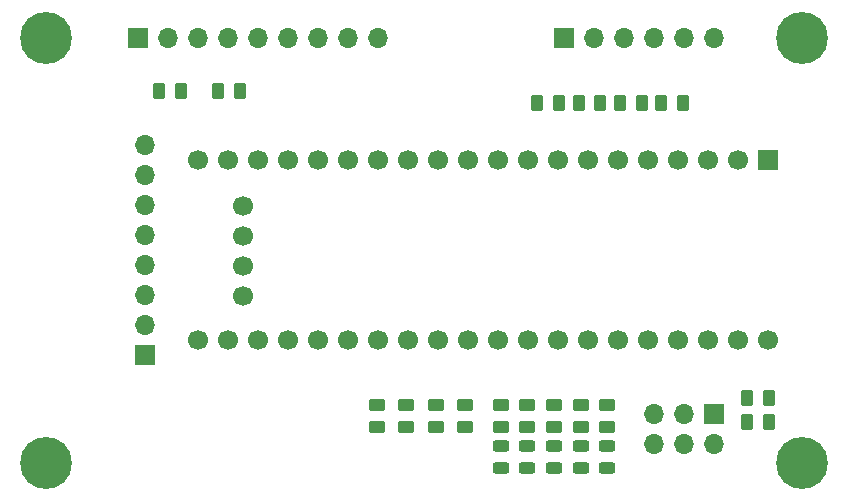
<source format=gbr>
%TF.GenerationSoftware,KiCad,Pcbnew,(6.0.7)*%
%TF.CreationDate,2023-08-27T18:36:20+02:00*%
%TF.ProjectId,libcsp-zephyr-hw,6c696263-7370-42d7-9a65-706879722d68,rev?*%
%TF.SameCoordinates,Original*%
%TF.FileFunction,Soldermask,Top*%
%TF.FilePolarity,Negative*%
%FSLAX46Y46*%
G04 Gerber Fmt 4.6, Leading zero omitted, Abs format (unit mm)*
G04 Created by KiCad (PCBNEW (6.0.7)) date 2023-08-27 18:36:20*
%MOMM*%
%LPD*%
G01*
G04 APERTURE LIST*
G04 Aperture macros list*
%AMRoundRect*
0 Rectangle with rounded corners*
0 $1 Rounding radius*
0 $2 $3 $4 $5 $6 $7 $8 $9 X,Y pos of 4 corners*
0 Add a 4 corners polygon primitive as box body*
4,1,4,$2,$3,$4,$5,$6,$7,$8,$9,$2,$3,0*
0 Add four circle primitives for the rounded corners*
1,1,$1+$1,$2,$3*
1,1,$1+$1,$4,$5*
1,1,$1+$1,$6,$7*
1,1,$1+$1,$8,$9*
0 Add four rect primitives between the rounded corners*
20,1,$1+$1,$2,$3,$4,$5,0*
20,1,$1+$1,$4,$5,$6,$7,0*
20,1,$1+$1,$6,$7,$8,$9,0*
20,1,$1+$1,$8,$9,$2,$3,0*%
G04 Aperture macros list end*
%ADD10RoundRect,0.250000X-0.450000X0.262500X-0.450000X-0.262500X0.450000X-0.262500X0.450000X0.262500X0*%
%ADD11RoundRect,0.250000X0.450000X-0.262500X0.450000X0.262500X-0.450000X0.262500X-0.450000X-0.262500X0*%
%ADD12RoundRect,0.250000X-0.262500X-0.450000X0.262500X-0.450000X0.262500X0.450000X-0.262500X0.450000X0*%
%ADD13R,1.700000X1.700000*%
%ADD14O,1.700000X1.700000*%
%ADD15C,4.400000*%
%ADD16C,0.700000*%
%ADD17RoundRect,0.243750X0.456250X-0.243750X0.456250X0.243750X-0.456250X0.243750X-0.456250X-0.243750X0*%
%ADD18RoundRect,0.250000X0.262500X0.450000X-0.262500X0.450000X-0.262500X-0.450000X0.262500X-0.450000X0*%
%ADD19C,1.700000*%
G04 APERTURE END LIST*
D10*
%TO.C,R10*%
X156000000Y-94087500D03*
X156000000Y-95912500D03*
%TD*%
D11*
%TO.C,R13*%
X170500000Y-95912500D03*
X170500000Y-94087500D03*
%TD*%
D10*
%TO.C,R9*%
X158500000Y-94087500D03*
X158500000Y-95912500D03*
%TD*%
D11*
%TO.C,R16*%
X163750000Y-95912500D03*
X163750000Y-94087500D03*
%TD*%
D12*
%TO.C,R3*%
X168087500Y-68500000D03*
X169912500Y-68500000D03*
%TD*%
D13*
%TO.C,J4*%
X166880000Y-62975000D03*
D14*
X169420000Y-62975000D03*
X171960000Y-62975000D03*
X174500000Y-62975000D03*
X177040000Y-62975000D03*
X179580000Y-62975000D03*
%TD*%
D15*
%TO.C,H4*%
X187000000Y-99000000D03*
D16*
X185833274Y-97833274D03*
X188166726Y-100166726D03*
X187000000Y-97350000D03*
X188166726Y-97833274D03*
X188650000Y-99000000D03*
X185833274Y-100166726D03*
X185350000Y-99000000D03*
X187000000Y-100650000D03*
%TD*%
D17*
%TO.C,D4*%
X163750000Y-99437500D03*
X163750000Y-97562500D03*
%TD*%
D13*
%TO.C,J2*%
X179525000Y-94850000D03*
D14*
X179525000Y-97390000D03*
X176985000Y-94850000D03*
X176985000Y-97390000D03*
X174445000Y-94850000D03*
X174445000Y-97390000D03*
%TD*%
D16*
%TO.C,H2*%
X124650000Y-99000000D03*
X124166726Y-100166726D03*
X123000000Y-97350000D03*
X121833274Y-97833274D03*
D15*
X123000000Y-99000000D03*
D16*
X124166726Y-97833274D03*
X121833274Y-100166726D03*
X123000000Y-100650000D03*
X121350000Y-99000000D03*
%TD*%
D12*
%TO.C,R8*%
X182337500Y-95500000D03*
X184162500Y-95500000D03*
%TD*%
D10*
%TO.C,R11*%
X153500000Y-94087500D03*
X153500000Y-95912500D03*
%TD*%
D13*
%TO.C,J1*%
X130760000Y-63000000D03*
D14*
X133300000Y-63000000D03*
X135840000Y-63000000D03*
X138380000Y-63000000D03*
X140920000Y-63000000D03*
X143460000Y-63000000D03*
X146000000Y-63000000D03*
X148540000Y-63000000D03*
X151080000Y-63000000D03*
%TD*%
D16*
%TO.C,H1*%
X124166726Y-64166726D03*
X124166726Y-61833274D03*
X123000000Y-61350000D03*
D15*
X123000000Y-63000000D03*
D16*
X121833274Y-64166726D03*
X121833274Y-61833274D03*
X121350000Y-63000000D03*
X123000000Y-64650000D03*
X124650000Y-63000000D03*
%TD*%
D12*
%TO.C,R1*%
X175087500Y-68500000D03*
X176912500Y-68500000D03*
%TD*%
D18*
%TO.C,R7*%
X184162500Y-93500000D03*
X182337500Y-93500000D03*
%TD*%
D11*
%TO.C,R14*%
X168250000Y-95912500D03*
X168250000Y-94087500D03*
%TD*%
D13*
%TO.C,U1*%
X184130000Y-73380000D03*
D19*
X181590000Y-73380000D03*
X179050000Y-73380000D03*
X176510000Y-73380000D03*
X173970000Y-73380000D03*
X171430000Y-73380000D03*
X168890000Y-73380000D03*
X166350000Y-73380000D03*
X163810000Y-73380000D03*
X161270000Y-73380000D03*
X158730000Y-73380000D03*
X156190000Y-73380000D03*
X153650000Y-73380000D03*
X151110000Y-73380000D03*
X148570000Y-73380000D03*
X146030000Y-73380000D03*
X143490000Y-73380000D03*
X140950000Y-73380000D03*
X138410000Y-73380000D03*
X135870000Y-73380000D03*
X135870000Y-88620000D03*
X138410000Y-88620000D03*
X140950000Y-88620000D03*
X143490000Y-88620000D03*
X146030000Y-88620000D03*
X148570000Y-88620000D03*
X151110000Y-88620000D03*
X153650000Y-88620000D03*
X156190000Y-88620000D03*
X158730000Y-88620000D03*
X161270000Y-88620000D03*
X163810000Y-88620000D03*
X166350000Y-88620000D03*
X168890000Y-88620000D03*
X171430000Y-88620000D03*
X173970000Y-88620000D03*
X176510000Y-88620000D03*
X179050000Y-88620000D03*
X181590000Y-88620000D03*
X184130000Y-88620000D03*
X139681000Y-84812000D03*
X139681000Y-82272000D03*
X139681000Y-79732000D03*
X139681000Y-77192000D03*
%TD*%
D17*
%TO.C,D2*%
X168250000Y-99437500D03*
X168250000Y-97562500D03*
%TD*%
%TO.C,D1*%
X170500000Y-99437500D03*
X170500000Y-97562500D03*
%TD*%
D11*
%TO.C,R17*%
X161500000Y-95912500D03*
X161500000Y-94087500D03*
%TD*%
D12*
%TO.C,R4*%
X164587500Y-68500000D03*
X166412500Y-68500000D03*
%TD*%
D18*
%TO.C,R5*%
X134412500Y-67500000D03*
X132587500Y-67500000D03*
%TD*%
D12*
%TO.C,R2*%
X171587500Y-68500000D03*
X173412500Y-68500000D03*
%TD*%
D11*
%TO.C,R15*%
X166000000Y-95912500D03*
X166000000Y-94087500D03*
%TD*%
D18*
%TO.C,R6*%
X139412500Y-67500000D03*
X137587500Y-67500000D03*
%TD*%
D10*
%TO.C,R12*%
X151000000Y-94087500D03*
X151000000Y-95912500D03*
%TD*%
D17*
%TO.C,D3*%
X166000000Y-99437500D03*
X166000000Y-97562500D03*
%TD*%
D16*
%TO.C,H3*%
X185833274Y-61833274D03*
X188166726Y-64166726D03*
X185350000Y-63000000D03*
X187000000Y-61350000D03*
X187000000Y-64650000D03*
D15*
X187000000Y-63000000D03*
D16*
X185833274Y-64166726D03*
X188166726Y-61833274D03*
X188650000Y-63000000D03*
%TD*%
D13*
%TO.C,J3*%
X131375000Y-89875000D03*
D14*
X131375000Y-87335000D03*
X131375000Y-84795000D03*
X131375000Y-82255000D03*
X131375000Y-79715000D03*
X131375000Y-77175000D03*
X131375000Y-74635000D03*
X131375000Y-72095000D03*
%TD*%
D17*
%TO.C,D5*%
X161500000Y-99437500D03*
X161500000Y-97562500D03*
%TD*%
M02*

</source>
